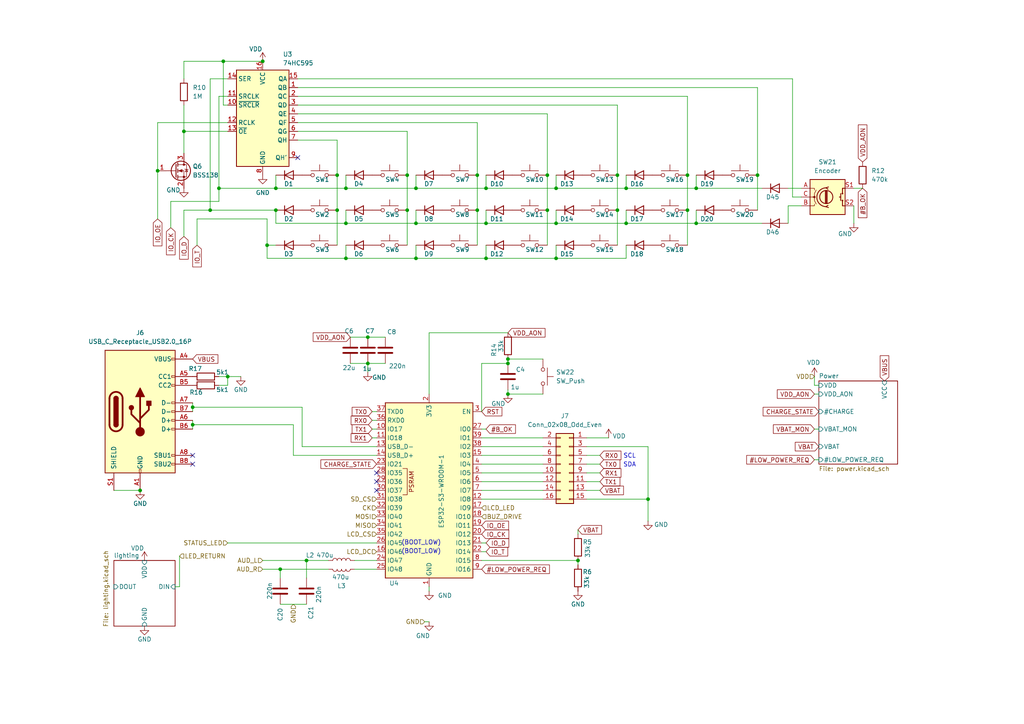
<source format=kicad_sch>
(kicad_sch (version 20231120) (generator "eeschema") (generator_version "8.0")
  (paper "A4")
  (title_block (title "Main") (rev "PY/A0 (1.1)") (company "MOTIV.PW"))
  (junction (at 55.88 118.11))
  (junction (at 179.07 60.96))
  (junction (at 181.61 64.77))
  (junction (at 106.68 97.79))
  (junction (at 53.34 38.1))
  (junction (at 118.11 50.8))
  (junction (at 40.64 142.24))
  (junction (at 60.96 60.96))
  (junction (at 106.68 105.41))
  (junction (at 138.43 60.96))
  (junction (at 199.39 60.96))
  (junction (at 100.33 64.77))
  (junction (at 179.07 50.8))
  (junction (at 120.65 54.61))
  (junction (at 147.32 104.14))
  (junction (at 97.79 60.96))
  (junction (at 55.88 123.19))
  (junction (at 100.33 74.93))
  (junction (at 100.33 54.61))
  (junction (at 147.32 105.41))
  (junction (at 199.39 50.8))
  (junction (at 147.32 114.3))
  (junction (at 120.65 64.77))
  (junction (at 201.93 64.77))
  (junction (at 45.72 49.53))
  (junction (at 120.65 74.93))
  (junction (at 158.75 50.8))
  (junction (at 63.5 54.61))
  (junction (at 167.64 162.56))
  (junction (at 64.77 17.78))
  (junction (at 140.97 54.61))
  (junction (at 158.75 60.96))
  (junction (at 76.2 17.78))
  (junction (at 138.43 50.8))
  (junction (at 161.29 64.77))
  (junction (at 201.93 54.61))
  (junction (at 219.71 50.8))
  (junction (at 181.61 54.61))
  (junction (at 161.29 54.61))
  (junction (at 80.01 60.96))
  (junction (at 97.79 50.8))
  (junction (at 118.11 60.96))
  (junction (at 66.04 109.22))
  (junction (at 140.97 74.93))
  (junction (at 80.01 54.61))
  (junction (at 187.96 144.78))
  (junction (at 81.28 165.1))
  (junction (at 88.9 162.56))
  (junction (at 161.29 74.93))
  (junction (at 140.97 64.77))
  (junction (at 77.47 71.12))
  (no_connect (at 109.22 139.7))
  (no_connect (at 109.22 142.24))
  (no_connect (at 109.22 137.16))
  (no_connect (at 86.36 45.72))
  (no_connect (at 55.88 132.08))
  (no_connect (at 55.88 134.62))
  (wire (pts (xy 147.32 114.3) (xy 157.48 114.3)))
  (wire (pts (xy 181.61 54.61) (xy 201.93 54.61)))
  (wire (pts (xy 124.46 171.45) (xy 124.46 170.18)))
  (wire (pts (xy 236.22 111.76) (xy 237.49 111.76)))
  (wire (pts (xy 97.79 50.8) (xy 97.79 60.96)))
  (wire (pts (xy 101.6 97.79) (xy 106.68 97.79)))
  (wire (pts (xy 80.01 64.77) (xy 80.01 60.96)))
  (wire (pts (xy 66.04 35.56) (xy 45.72 35.56)))
  (wire (pts (xy 57.15 63.5) (xy 77.47 63.5)))
  (wire (pts (xy 140.97 64.77) (xy 120.65 64.77)))
  (wire (pts (xy 140.97 124.46) (xy 139.7 124.46)))
  (wire (pts (xy 86.36 40.64) (xy 97.79 40.64)))
  (wire (pts (xy 199.39 27.94) (xy 199.39 50.8)))
  (wire (pts (xy 140.97 54.61) (xy 161.29 54.61)))
  (wire (pts (xy 229.87 22.86) (xy 229.87 57.15)))
  (wire (pts (xy 236.22 114.3) (xy 237.49 114.3)))
  (wire (pts (xy 57.15 63.5) (xy 57.15 71.12)))
  (wire (pts (xy 140.97 54.61) (xy 140.97 50.8)))
  (wire (pts (xy 228.6 64.77) (xy 228.6 59.69)))
  (wire (pts (xy 139.7 134.62) (xy 157.48 134.62)))
  (wire (pts (xy 236.22 133.35) (xy 237.49 133.35)))
  (wire (pts (xy 118.11 50.8) (xy 118.11 60.96)))
  (wire (pts (xy 161.29 64.77) (xy 140.97 64.77)))
  (wire (pts (xy 77.47 74.93) (xy 100.33 74.93)))
  (wire (pts (xy 53.34 17.78) (xy 53.34 22.86)))
  (wire (pts (xy 49.53 58.42) (xy 63.5 58.42)))
  (wire (pts (xy 120.65 74.93) (xy 120.65 71.12)))
  (wire (pts (xy 120.65 74.93) (xy 140.97 74.93)))
  (wire (pts (xy 228.6 54.61) (xy 232.41 54.61)))
  (wire (pts (xy 236.22 124.46) (xy 237.49 124.46)))
  (wire (pts (xy 138.43 50.8) (xy 138.43 60.96)))
  (wire (pts (xy 181.61 64.77) (xy 161.29 64.77)))
  (wire (pts (xy 86.36 30.48) (xy 179.07 30.48)))
  (wire (pts (xy 161.29 74.93) (xy 181.61 74.93)))
  (wire (pts (xy 63.5 109.22) (xy 66.04 109.22)))
  (wire (pts (xy 76.2 17.78) (xy 64.77 17.78)))
  (wire (pts (xy 181.61 54.61) (xy 181.61 50.8)))
  (wire (pts (xy 53.34 30.48) (xy 53.34 38.1)))
  (wire (pts (xy 201.93 64.77) (xy 220.98 64.77)))
  (wire (pts (xy 140.97 74.93) (xy 161.29 74.93)))
  (wire (pts (xy 181.61 64.77) (xy 181.61 60.96)))
  (wire (pts (xy 247.65 54.61) (xy 250.19 54.61)))
  (wire (pts (xy 109.22 132.08) (xy 85.09 132.08)))
  (wire (pts (xy 63.5 27.94) (xy 63.5 54.61)))
  (wire (pts (xy 81.28 175.26) (xy 88.9 175.26)))
  (wire (pts (xy 120.65 64.77) (xy 100.33 64.77)))
  (wire (pts (xy 33.02 142.24) (xy 40.64 142.24)))
  (wire (pts (xy 53.34 38.1) (xy 66.04 38.1)))
  (wire (pts (xy 55.88 116.84) (xy 55.88 118.11)))
  (wire (pts (xy 55.88 123.19) (xy 55.88 124.46)))
  (wire (pts (xy 139.7 144.78) (xy 157.48 144.78)))
  (wire (pts (xy 167.64 153.67) (xy 167.64 154.94)))
  (wire (pts (xy 161.29 54.61) (xy 181.61 54.61)))
  (wire (pts (xy 63.5 111.76) (xy 66.04 111.76)))
  (wire (pts (xy 63.5 27.94) (xy 66.04 27.94)))
  (wire (pts (xy 173.99 142.24) (xy 170.18 142.24)))
  (wire (pts (xy 179.07 30.48) (xy 179.07 50.8)))
  (wire (pts (xy 124.46 180.34) (xy 123.19 180.34)))
  (wire (pts (xy 228.6 59.69) (xy 232.41 59.69)))
  (wire (pts (xy 77.47 63.5) (xy 77.47 71.12)))
  (wire (pts (xy 88.9 162.56) (xy 88.9 167.64)))
  (wire (pts (xy 76.2 162.56) (xy 88.9 162.56)))
  (wire (pts (xy 100.33 74.93) (xy 100.33 71.12)))
  (wire (pts (xy 109.22 129.54) (xy 87.63 129.54)))
  (wire (pts (xy 120.65 54.61) (xy 140.97 54.61)))
  (wire (pts (xy 199.39 60.96) (xy 199.39 71.12)))
  (wire (pts (xy 138.43 60.96) (xy 138.43 71.12)))
  (wire (pts (xy 173.99 134.62) (xy 170.18 134.62)))
  (wire (pts (xy 201.93 60.96) (xy 201.93 64.77)))
  (wire (pts (xy 49.53 66.04) (xy 49.53 58.42)))
  (wire (pts (xy 139.7 137.16) (xy 157.48 137.16)))
  (wire (pts (xy 107.95 119.38) (xy 109.22 119.38)))
  (wire (pts (xy 120.65 54.61) (xy 120.65 50.8)))
  (wire (pts (xy 139.7 129.54) (xy 157.48 129.54)))
  (wire (pts (xy 106.68 105.41) (xy 111.76 105.41)))
  (wire (pts (xy 85.09 132.08) (xy 85.09 123.19)))
  (wire (pts (xy 45.72 35.56) (xy 45.72 49.53)))
  (wire (pts (xy 52.07 161.29) (xy 52.07 170.18)))
  (wire (pts (xy 66.04 109.22) (xy 66.04 111.76)))
  (wire (pts (xy 88.9 162.56) (xy 95.25 162.56)))
  (wire (pts (xy 187.96 151.13) (xy 187.96 144.78)))
  (wire (pts (xy 81.28 165.1) (xy 95.25 165.1)))
  (wire (pts (xy 100.33 54.61) (xy 100.33 50.8)))
  (wire (pts (xy 64.77 17.78) (xy 53.34 17.78)))
  (wire (pts (xy 102.87 162.56) (xy 109.22 162.56)))
  (wire (pts (xy 139.7 139.7) (xy 157.48 139.7)))
  (wire (pts (xy 161.29 74.93) (xy 161.29 71.12)))
  (wire (pts (xy 55.88 121.92) (xy 55.88 123.19)))
  (wire (pts (xy 50.8 170.18) (xy 52.07 170.18)))
  (wire (pts (xy 232.41 57.15) (xy 229.87 57.15)))
  (wire (pts (xy 140.97 160.02) (xy 139.7 160.02)))
  (wire (pts (xy 45.72 63.5) (xy 45.72 49.53)))
  (wire (pts (xy 170.18 139.7) (xy 173.99 139.7)))
  (wire (pts (xy 102.87 165.1) (xy 109.22 165.1)))
  (wire (pts (xy 55.88 118.11) (xy 55.88 119.38)))
  (wire (pts (xy 229.87 22.86) (xy 86.36 22.86)))
  (wire (pts (xy 64.77 30.48) (xy 64.77 17.78)))
  (wire (pts (xy 100.33 64.77) (xy 80.01 64.77)))
  (wire (pts (xy 147.32 104.14) (xy 147.32 105.41)))
  (wire (pts (xy 53.34 68.58) (xy 53.34 60.96)))
  (wire (pts (xy 176.53 127) (xy 170.18 127)))
  (wire (pts (xy 179.07 50.8) (xy 179.07 60.96)))
  (wire (pts (xy 187.96 144.78) (xy 170.18 144.78)))
  (wire (pts (xy 247.65 59.69) (xy 247.65 64.77)))
  (wire (pts (xy 140.97 157.48) (xy 139.7 157.48)))
  (wire (pts (xy 86.36 38.1) (xy 118.11 38.1)))
  (wire (pts (xy 86.36 27.94) (xy 199.39 27.94)))
  (wire (pts (xy 66.04 30.48) (xy 64.77 30.48)))
  (wire (pts (xy 201.93 54.61) (xy 201.93 50.8)))
  (wire (pts (xy 76.2 165.1) (xy 81.28 165.1)))
  (wire (pts (xy 66.04 109.22) (xy 69.85 109.22)))
  (wire (pts (xy 219.71 25.4) (xy 219.71 50.8)))
  (wire (pts (xy 97.79 60.96) (xy 97.79 71.12)))
  (wire (pts (xy 86.36 35.56) (xy 138.43 35.56)))
  (wire (pts (xy 86.36 25.4) (xy 219.71 25.4)))
  (wire (pts (xy 219.71 50.8) (xy 219.71 60.96)))
  (wire (pts (xy 236.22 109.22) (xy 236.22 111.76)))
  (wire (pts (xy 170.18 132.08) (xy 173.99 132.08)))
  (wire (pts (xy 147.32 105.41) (xy 139.7 105.41)))
  (wire (pts (xy 170.18 129.54) (xy 187.96 129.54)))
  (wire (pts (xy 139.7 105.41) (xy 139.7 119.38)))
  (wire (pts (xy 167.64 162.56) (xy 167.64 163.83)))
  (wire (pts (xy 201.93 54.61) (xy 220.98 54.61)))
  (wire (pts (xy 179.07 60.96) (xy 179.07 71.12)))
  (wire (pts (xy 81.28 167.64) (xy 81.28 165.1)))
  (wire (pts (xy 60.96 22.86) (xy 66.04 22.86)))
  (wire (pts (xy 53.34 60.96) (xy 60.96 60.96)))
  (wire (pts (xy 80.01 54.61) (xy 100.33 54.61)))
  (wire (pts (xy 139.7 127) (xy 157.48 127)))
  (wire (pts (xy 77.47 71.12) (xy 80.01 71.12)))
  (wire (pts (xy 107.95 121.92) (xy 109.22 121.92)))
  (wire (pts (xy 100.33 64.77) (xy 100.33 60.96)))
  (wire (pts (xy 140.97 64.77) (xy 140.97 60.96)))
  (wire (pts (xy 147.32 104.14) (xy 157.48 104.14)))
  (wire (pts (xy 106.68 97.79) (xy 111.76 97.79)))
  (wire (pts (xy 139.7 132.08) (xy 157.48 132.08)))
  (wire (pts (xy 66.04 157.48) (xy 109.22 157.48)))
  (wire (pts (xy 161.29 54.61) (xy 161.29 50.8)))
  (wire (pts (xy 181.61 71.12) (xy 181.61 74.93)))
  (wire (pts (xy 199.39 50.8) (xy 199.39 60.96)))
  (wire (pts (xy 55.88 123.19) (xy 85.09 123.19)))
  (wire (pts (xy 106.68 107.95) (xy 106.68 105.41)))
  (wire (pts (xy 101.6 105.41) (xy 106.68 105.41)))
  (wire (pts (xy 201.93 64.77) (xy 181.61 64.77)))
  (wire (pts (xy 158.75 50.8) (xy 158.75 60.96)))
  (wire (pts (xy 147.32 114.3) (xy 147.32 113.03)))
  (wire (pts (xy 124.46 96.52) (xy 124.46 114.3)))
  (wire (pts (xy 63.5 54.61) (xy 80.01 54.61)))
  (wire (pts (xy 77.47 71.12) (xy 77.47 74.93)))
  (wire (pts (xy 60.96 60.96) (xy 80.01 60.96)))
  (wire (pts (xy 140.97 74.93) (xy 140.97 71.12)))
  (wire (pts (xy 86.36 33.02) (xy 158.75 33.02)))
  (wire (pts (xy 161.29 64.77) (xy 161.29 60.96)))
  (wire (pts (xy 118.11 60.96) (xy 118.11 71.12)))
  (wire (pts (xy 63.5 58.42) (xy 63.5 54.61)))
  (wire (pts (xy 139.7 142.24) (xy 157.48 142.24)))
  (wire (pts (xy 55.88 118.11) (xy 87.63 118.11)))
  (wire (pts (xy 187.96 129.54) (xy 187.96 144.78)))
  (wire (pts (xy 124.46 96.52) (xy 147.32 96.52)))
  (wire (pts (xy 120.65 64.77) (xy 120.65 60.96)))
  (wire (pts (xy 138.43 35.56) (xy 138.43 50.8)))
  (wire (pts (xy 87.63 129.54) (xy 87.63 118.11)))
  (wire (pts (xy 97.79 40.64) (xy 97.79 50.8)))
  (wire (pts (xy 107.95 127) (xy 109.22 127)))
  (wire (pts (xy 80.01 50.8) (xy 80.01 54.61)))
  (wire (pts (xy 158.75 60.96) (xy 158.75 71.12)))
  (wire (pts (xy 118.11 38.1) (xy 118.11 50.8)))
  (wire (pts (xy 107.95 124.46) (xy 109.22 124.46)))
  (wire (pts (xy 139.7 162.56) (xy 167.64 162.56)))
  (wire (pts (xy 100.33 74.93) (xy 120.65 74.93)))
  (wire (pts (xy 158.75 33.02) (xy 158.75 50.8)))
  (wire (pts (xy 53.34 38.1) (xy 53.34 44.45)))
  (wire (pts (xy 100.33 54.61) (xy 120.65 54.61)))
  (wire (pts (xy 170.18 137.16) (xy 173.99 137.16)))
  (wire (pts (xy 60.96 60.96) (xy 60.96 22.86)))
  (text "SCL" (at 182.626 132.334 0) (effects (font (size 1.27 1.27))))
  (text "(BOOT_LOW)" (at 122.174 160.02 0) (effects (font (size 1.27 1.27))))
  (text "SDA" (at 182.626 134.874 0) (effects (font (size 1.27 1.27))))
  (text "(BOOT_LOW)" (at 122.174 157.48 0) (effects (font (size 1.27 1.27))))
  (global_label "TX0" (shape input) (at 107.95 119.38 180) (property "Intersheetrefs" "${INTERSHEET_REFS}" (effects (hide yes))))
  (global_label "VDD_AON" (shape input) (at 250.19 46.99 90) (property "Intersheetrefs" "${INTERSHEET_REFS}" (effects (hide yes))))
  (global_label "VBUS" (shape input) (at 256.54 110.49 90) (property "Intersheetrefs" "${INTERSHEET_REFS}" (effects (hide yes))))
  (global_label "#LOW_POWER_REQ" (shape input) (at 139.7 165.1 0) (property "Intersheetrefs" "${INTERSHEET_REFS}" (effects (hide yes))))
  (global_label "RST" (shape input) (at 139.7 119.38 0) (property "Intersheetrefs" "${INTERSHEET_REFS}" (effects (hide yes))))
  (global_label "#B_OK" (shape input) (at 250.19 54.61 270) (property "Intersheetrefs" "${INTERSHEET_REFS}" (effects (hide yes))))
  (global_label "TX1" (shape input) (at 107.95 124.46 180) (property "Intersheetrefs" "${INTERSHEET_REFS}" (effects (hide yes))))
  (global_label "#B_OK" (shape input) (at 140.97 124.46 0) (property "Intersheetrefs" "${INTERSHEET_REFS}" (effects (hide yes))))
  (global_label "IO_D" (shape input) (at 53.34 68.58 270) (property "Intersheetrefs" "${INTERSHEET_REFS}" (effects (hide yes))))
  (global_label "VBAT" (shape input) (at 237.49 129.54 180) (property "Intersheetrefs" "${INTERSHEET_REFS}" (effects (hide yes))))
  (global_label "#LOW_POWER_REQ" (shape input) (at 236.22 133.35 180) (property "Intersheetrefs" "${INTERSHEET_REFS}" (effects (hide yes))))
  (global_label "VBUS" (shape input) (at 55.88 104.14 0) (property "Intersheetrefs" "${INTERSHEET_REFS}" (effects (hide yes))))
  (global_label "IO_OE" (shape input) (at 45.72 63.5 270) (property "Intersheetrefs" "${INTERSHEET_REFS}" (effects (hide yes))))
  (global_label "TX1" (shape input) (at 173.99 139.7 0) (property "Intersheetrefs" "${INTERSHEET_REFS}" (effects (hide yes))))
  (global_label "RX1" (shape input) (at 107.95 127 180) (property "Intersheetrefs" "${INTERSHEET_REFS}" (effects (hide yes))))
  (global_label "VBAT" (shape input) (at 173.99 142.24 0) (property "Intersheetrefs" "${INTERSHEET_REFS}" (effects (hide yes))))
  (global_label "RX0" (shape input) (at 107.95 121.92 180) (property "Intersheetrefs" "${INTERSHEET_REFS}" (effects (hide yes))))
  (global_label "CHARGE_STATE" (shape input) (at 237.49 119.38 180) (property "Intersheetrefs" "${INTERSHEET_REFS}" (effects (hide yes))))
  (global_label "VDD_AON" (shape input) (at 236.22 114.3 180) (property "Intersheetrefs" "${INTERSHEET_REFS}" (effects (hide yes))))
  (global_label "VDD_AON" (shape input) (at 101.6 97.79 180) (property "Intersheetrefs" "${INTERSHEET_REFS}" (effects (hide yes))))
  (global_label "IO_CK" (shape input) (at 139.7 154.94 0) (property "Intersheetrefs" "${INTERSHEET_REFS}" (effects (hide yes))))
  (global_label "IO_CK" (shape input) (at 49.53 66.04 270) (property "Intersheetrefs" "${INTERSHEET_REFS}" (effects (hide yes))))
  (global_label "IO_T" (shape input) (at 140.97 160.02 0) (property "Intersheetrefs" "${INTERSHEET_REFS}" (effects (hide yes))))
  (global_label "VBAT" (shape input) (at 167.64 153.67 0) (property "Intersheetrefs" "${INTERSHEET_REFS}" (effects (hide yes))))
  (global_label "CHARGE_STATE" (shape input) (at 109.22 134.62 180) (property "Intersheetrefs" "${INTERSHEET_REFS}" (effects (hide yes))))
  (global_label "IO_OE" (shape input) (at 139.7 152.4 0) (property "Intersheetrefs" "${INTERSHEET_REFS}" (effects (hide yes))))
  (global_label "IO_D" (shape input) (at 140.97 157.48 0) (property "Intersheetrefs" "${INTERSHEET_REFS}" (effects (hide yes))))
  (global_label "VDD_AON" (shape input) (at 147.32 96.52 0) (property "Intersheetrefs" "${INTERSHEET_REFS}" (effects (hide yes))))
  (global_label "RX0" (shape input) (at 173.99 132.08 0) (property "Intersheetrefs" "${INTERSHEET_REFS}" (effects (hide yes))))
  (global_label "TX0" (shape input) (at 173.99 134.62 0) (property "Intersheetrefs" "${INTERSHEET_REFS}" (effects (hide yes))))
  (global_label "RX1" (shape input) (at 173.99 137.16 0) (property "Intersheetrefs" "${INTERSHEET_REFS}" (effects (hide yes))))
  (global_label "VBAT_MON" (shape input) (at 236.22 124.46 180) (property "Intersheetrefs" "${INTERSHEET_REFS}" (effects (hide yes))))
  (global_label "IO_T" (shape input) (at 57.15 71.12 270) (property "Intersheetrefs" "${INTERSHEET_REFS}" (effects (hide yes))))
  (hierarchical_label "AUD_L" (shape input) (at 76.2 162.56 180))
  (hierarchical_label "LCD_DC" (shape input) (at 109.22 160.02 180))
  (hierarchical_label "SD_CS" (shape input) (at 109.22 144.78 180))
  (hierarchical_label "MISO" (shape input) (at 109.22 152.4 180))
  (hierarchical_label "CK" (shape input) (at 109.22 147.32 180))
  (hierarchical_label "STATUS_LED" (shape input) (at 66.04 157.48 180))
  (hierarchical_label "LCD_LED" (shape input) (at 139.7 147.32 0))
  (hierarchical_label "LED_RETURN" (shape input) (at 52.07 161.29 0))
  (hierarchical_label "VDD" (shape input) (at 236.22 109.22 180))
  (hierarchical_label "AUD_R" (shape input) (at 76.2 165.1 180))
  (hierarchical_label "LCD_CS" (shape input) (at 109.22 154.94 180))
  (hierarchical_label "GND" (shape input) (at 123.19 180.34 180))
  (hierarchical_label "MOSI" (shape input) (at 109.22 149.86 180))
  (hierarchical_label "BUZ_DRIVE" (shape input) (at 139.7 149.86 0))
  (hierarchical_label "GND" (shape input) (at 85.09 175.26 270))
  (symbol (lib_id "Device:D") (at 124.46 50.8 0) (unit 1)
    (property "Reference" "D7" (at 125.73 53.34 0) (effects (justify right)))
    (property "Value" "1N4148" (effects (hide yes)))
    (property "Footprint" "Diode_SMD:D_1206_3216Metric" (effects (hide yes)))
    (property "Description" "Diode" (effects (hide yes)))
    (property "Sim.Device" "D" (effects (hide yes)))
    (property "Sim.Pins" "1=K 2=A" (effects (hide yes)))
  )
  (symbol (lib_id "Device:R") (at 53.34 26.67 0) (unit 1)
    (property "Reference" "R10" (at 55.88 25.3999 0) (effects (justify left)))
    (property "Value" "1M" (at 55.88 27.9399 0) (effects (justify left)))
    (property "Footprint" "Resistor_SMD:R_0805_2012Metric_Pad1.20x1.40mm_HandSolder" (effects (hide yes)))
    (property "Description" "Resistor" (effects (hide yes)))
  )
  (symbol (lib_id "Device:D") (at 124.46 60.96 0) (unit 1)
    (property "Reference" "D8" (at 125.73 63.5 0) (effects (justify right)))
    (property "Value" "1N4148" (effects (hide yes)))
    (property "Footprint" "Diode_SMD:D_1206_3216Metric" (effects (hide yes)))
    (property "Description" "Diode" (effects (hide yes)))
    (property "Sim.Device" "D" (effects (hide yes)))
    (property "Sim.Pins" "1=K 2=A" (effects (hide yes)))
  )
  (symbol (lib_id "74xx:74HC595") (at 76.2 33.02 0) (unit 1)
    (property "Reference" "U3" (at 82.042 15.748 0) (effects (justify left)))
    (property "Value" "74HC595" (at 82.042 18.288 0) (effects (justify left)))
    (property "Footprint" "Package_SO:TSSOP-16_4.4x5mm_P0.65mm" (effects (hide yes)))
    (property "Datasheet" "http://www.ti.com/lit/ds/symlink/sn74hc595.pdf" (effects (hide yes)))
    (property "Description" "8-bit serial in/out Shift Register 3-State Outputs" (effects (hide yes)))
  )
  (symbol (lib_id "Switch:SW_Push") (at 92.71 50.8 0) (mirror y) (unit 1)
    (property "Reference" "SW1" (at 91.44 52.07 0) (effects (justify right)))
    (property "Value" "SW_Push" (effects (hide yes)))
    (property "Footprint" "footprints:SW_Cherry_MX_1.00u_PCB" (effects (hide yes)))
    (property "Description" "Push button switch, generic, two pins" (effects (hide yes)))
  )
  (symbol (lib_id "Device:R") (at 59.69 109.22 90) (unit 1)
    (property "Reference" "R17" (at 56.642 106.934 90))
    (property "Value" "5k1" (at 64.516 107.95 90))
    (property "Footprint" "Resistor_SMD:R_0805_2012Metric_Pad1.20x1.40mm_HandSolder" (effects (hide yes)))
    (property "Description" "Resistor" (effects (hide yes)))
  )
  (symbol (lib_id "power:GND") (at 187.96 151.13 0) (unit 1)
    (property "Reference" "#PWR015" (effects (hide yes)))
    (property "Value" "GND" (at 193.802 152.146 0) (effects (justify right)))
    (property "Description" "Power symbol creates a global label with name \"GND\" , ground" (effects (hide yes)))
  )
  (symbol (lib_id "power:VDD") (at 236.22 109.22 0) (unit 1)
    (property "Reference" "#PWR016" (effects (hide yes)))
    (property "Value" "VDD" (at 235.966 105.156 0))
    (property "Description" "Power symbol creates a global label with name \"VDD\"" (effects (hide yes)))
  )
  (symbol (lib_id "Device:C") (at 111.76 101.6 0) (unit 1)
    (property "Reference" "C8" (at 112.268 96.266 0) (effects (justify left)))
    (property "Value" "220n" (at 112.776 106.172 0) (effects (justify left)))
    (property "Footprint" "Capacitor_SMD:C_0805_2012Metric_Pad1.18x1.45mm_HandSolder" (effects (hide yes)))
    (property "Description" "Unpolarized capacitor" (effects (hide yes)))
  )
  (symbol (lib_id "Device:R") (at 250.19 50.8 0) (unit 1)
    (property "Reference" "R12" (at 252.73 49.5299 0) (effects (justify left)))
    (property "Value" "470k" (at 252.73 52.0699 0) (effects (justify left)))
    (property "Footprint" "Resistor_SMD:R_0805_2012Metric_Pad1.20x1.40mm_HandSolder" (effects (hide yes)))
    (property "Description" "Resistor" (effects (hide yes)))
  )
  (symbol (lib_id "power:GND") (at 40.64 142.24 0) (unit 1)
    (property "Reference" "#PWR02" (effects (hide yes)))
    (property "Value" "GND" (at 40.64 146.05 0))
    (property "Description" "Power symbol creates a global label with name \"GND\" , ground" (effects (hide yes)))
  )
  (symbol (lib_id "power:GND") (at 41.91 181.61 0) (unit 1)
    (property "Reference" "#PWR013" (effects (hide yes)))
    (property "Value" "GND" (at 41.91 185.42 0))
    (property "Description" "Power symbol creates a global label with name \"GND\" , ground" (effects (hide yes)))
  )
  (symbol (lib_id "Device:D") (at 144.78 60.96 0) (unit 1)
    (property "Reference" "D11" (at 146.05 63.5 0) (effects (justify right)))
    (property "Value" "1N4148" (effects (hide yes)))
    (property "Footprint" "Diode_SMD:D_1206_3216Metric" (effects (hide yes)))
    (property "Description" "Diode" (effects (hide yes)))
    (property "Sim.Device" "D" (effects (hide yes)))
    (property "Sim.Pins" "1=K 2=A" (effects (hide yes)))
  )
  (symbol (lib_id "Device:D") (at 104.14 50.8 0) (unit 1)
    (property "Reference" "D4" (at 105.41 53.34 0) (effects (justify right)))
    (property "Value" "1N4148" (effects (hide yes)))
    (property "Footprint" "Diode_SMD:D_1206_3216Metric" (effects (hide yes)))
    (property "Description" "Diode" (effects (hide yes)))
    (property "Sim.Device" "D" (effects (hide yes)))
    (property "Sim.Pins" "1=K 2=A" (effects (hide yes)))
  )
  (symbol (lib_id "Switch:SW_Push") (at 173.99 60.96 0) (mirror y) (unit 1)
    (property "Reference" "SW14" (at 172.72 62.23 0) (effects (justify right)))
    (property "Value" "SW_Push" (effects (hide yes)))
    (property "Footprint" "footprints:SW_Cherry_MX_1.00u_PCB" (effects (hide yes)))
    (property "Description" "Push button switch, generic, two pins" (effects (hide yes)))
  )
  (symbol (lib_id "Device:R") (at 167.64 167.64 0) (mirror y) (unit 1)
    (property "Reference" "R6" (at 171.704 165.862 0) (effects (justify left)))
    (property "Value" "33k" (at 170.18 170.688 90) (effects (justify left)))
    (property "Footprint" "Resistor_SMD:R_0805_2012Metric_Pad1.20x1.40mm_HandSolder" (effects (hide yes)))
    (property "Description" "Resistor" (effects (hide yes)))
  )
  (symbol (lib_id "Switch:SW_Push") (at 173.99 50.8 0) (mirror y) (unit 1)
    (property "Reference" "SW13" (at 172.72 52.07 0) (effects (justify right)))
    (property "Value" "SW_Push" (effects (hide yes)))
    (property "Footprint" "footprints:SW_Cherry_MX_1.00u_PCB" (effects (hide yes)))
    (property "Description" "Push button switch, generic, two pins" (effects (hide yes)))
  )
  (symbol (lib_id "Device:D") (at 165.1 50.8 0) (unit 1)
    (property "Reference" "D13" (at 166.37 53.34 0) (effects (justify right)))
    (property "Value" "1N4148" (effects (hide yes)))
    (property "Footprint" "Diode_SMD:D_1206_3216Metric" (effects (hide yes)))
    (property "Description" "Diode" (effects (hide yes)))
    (property "Sim.Device" "D" (effects (hide yes)))
    (property "Sim.Pins" "1=K 2=A" (effects (hide yes)))
  )
  (symbol (lib_id "Device:C") (at 81.28 171.45 0) (mirror x) (unit 1)
    (property "Reference" "C20" (at 81.28 176.276 90) (effects (justify left)))
    (property "Value" "220n" (at 78.232 168.91 90) (effects (justify left)))
    (property "Footprint" "Capacitor_SMD:C_0805_2012Metric_Pad1.18x1.45mm_HandSolder" (effects (hide yes)))
    (property "Description" "Unpolarized capacitor" (effects (hide yes)))
  )
  (symbol (lib_id "Switch:SW_Push") (at 113.03 71.12 0) (mirror y) (unit 1)
    (property "Reference" "SW6" (at 111.76 72.39 0) (effects (justify right)))
    (property "Value" "SW_Push" (effects (hide yes)))
    (property "Footprint" "footprints:SW_Cherry_MX_1.00u_PCB" (effects (hide yes)))
    (property "Description" "Push button switch, generic, two pins" (effects (hide yes)))
  )
  (symbol (lib_id "Switch:SW_Push") (at 214.63 50.8 0) (mirror y) (unit 1)
    (property "Reference" "SW19" (at 213.36 52.07 0) (effects (justify right)))
    (property "Value" "SW_Push" (effects (hide yes)))
    (property "Footprint" "footprints:SW_Cherry_MX_1.00u_PCB" (effects (hide yes)))
    (property "Description" "Push button switch, generic, two pins" (effects (hide yes)))
  )
  (symbol (lib_id "Device:D") (at 205.74 60.96 0) (unit 1)
    (property "Reference" "D20" (at 207.01 63.5 0) (effects (justify right)))
    (property "Value" "1N4148" (effects (hide yes)))
    (property "Footprint" "Diode_SMD:D_1206_3216Metric" (effects (hide yes)))
    (property "Description" "Diode" (effects (hide yes)))
    (property "Sim.Device" "D" (effects (hide yes)))
    (property "Sim.Pins" "1=K 2=A" (effects (hide yes)))
  )
  (symbol (lib_id "Device:D") (at 165.1 60.96 0) (unit 1)
    (property "Reference" "D14" (at 166.37 63.5 0) (effects (justify right)))
    (property "Value" "1N4148" (effects (hide yes)))
    (property "Footprint" "Diode_SMD:D_1206_3216Metric" (effects (hide yes)))
    (property "Description" "Diode" (effects (hide yes)))
    (property "Sim.Device" "D" (effects (hide yes)))
    (property "Sim.Pins" "1=K 2=A" (effects (hide yes)))
  )
  (symbol (lib_id "Device:D") (at 224.79 54.61 0) (unit 1)
    (property "Reference" "D45" (at 226.06 57.15 0) (effects (justify right)))
    (property "Value" "1N4148" (effects (hide yes)))
    (property "Footprint" "Diode_SMD:D_1206_3216Metric" (effects (hide yes)))
    (property "Description" "Diode" (effects (hide yes)))
    (property "Sim.Device" "D" (effects (hide yes)))
    (property "Sim.Pins" "1=K 2=A" (effects (hide yes)))
  )
  (symbol (lib_id "power:GND") (at 147.32 114.3 0) (unit 1)
    (property "Reference" "#PWR06" (effects (hide yes)))
    (property "Value" "GND" (at 144.526 117.094 0))
    (property "Description" "Power symbol creates a global label with name \"GND\" , ground" (effects (hide yes)))
  )
  (symbol (lib_id "Device:RotaryEncoder_Switch") (at 240.03 57.15 0) (unit 1)
    (property "Reference" "SW21" (at 240.03 46.99 0))
    (property "Value" "Encoder" (at 240.03 49.53 0))
    (property "Footprint" "footprints:RotaryEncoder_Alps_EC11E-Switch_Vertical_H20mm" (effects (hide yes)))
    (property "Description" "Rotary encoder, dual channel, incremental quadrate outputs, with switch" (effects (hide yes)))
  )
  (symbol (lib_id "Device:C") (at 106.68 101.6 0) (unit 1)
    (property "Reference" "C7" (at 105.918 96.012 0) (effects (justify left)))
    (property "Value" "1u" (at 105.156 106.934 0) (effects (justify left)))
    (property "Footprint" "Capacitor_SMD:C_0805_2012Metric_Pad1.18x1.45mm_HandSolder" (effects (hide yes)))
    (property "Description" "Unpolarized capacitor" (effects (hide yes)))
  )
  (symbol (lib_id "Device:D") (at 165.1 71.12 0) (unit 1)
    (property "Reference" "D15" (at 166.37 73.66 0) (effects (justify right)))
    (property "Value" "1N4148" (effects (hide yes)))
    (property "Footprint" "Diode_SMD:D_1206_3216Metric" (effects (hide yes)))
    (property "Description" "Diode" (effects (hide yes)))
    (property "Sim.Device" "D" (effects (hide yes)))
    (property "Sim.Pins" "1=K 2=A" (effects (hide yes)))
  )
  (symbol (lib_id "Device:D") (at 104.14 60.96 0) (unit 1)
    (property "Reference" "D5" (at 105.41 63.5 0) (effects (justify right)))
    (property "Value" "1N4148" (effects (hide yes)))
    (property "Footprint" "Diode_SMD:D_1206_3216Metric" (effects (hide yes)))
    (property "Description" "Diode" (effects (hide yes)))
    (property "Sim.Device" "D" (effects (hide yes)))
    (property "Sim.Pins" "1=K 2=A" (effects (hide yes)))
  )
  (symbol (lib_id "Device:D") (at 83.82 60.96 0) (unit 1)
    (property "Reference" "D2" (at 85.09 63.5 0) (effects (justify right)))
    (property "Value" "1N4148" (effects (hide yes)))
    (property "Footprint" "Diode_SMD:D_1206_3216Metric" (effects (hide yes)))
    (property "Description" "Diode" (effects (hide yes)))
    (property "Sim.Device" "D" (effects (hide yes)))
    (property "Sim.Pins" "1=K 2=A" (effects (hide yes)))
  )
  (symbol (lib_id "Connector:USB_C_Receptacle_USB2.0_16P") (at 40.64 119.38 0) (unit 1)
    (property "Reference" "J6" (at 40.64 96.52 0))
    (property "Value" "USB_C_Receptacle_USB2.0_16P" (at 40.64 99.06 0))
    (property "Footprint" "Connector_USB:USB_C_Receptacle_GCT_USB4105-xx-A_16P_TopMnt_Horizontal" (effects (hide yes)))
    (property "Datasheet" "https://www.usb.org/sites/default/files/documents/usb_type-c.zip" (effects (hide yes)))
    (property "Description" "USB 2.0-only 16P Type-C Receptacle connector" (effects (hide yes)))
  )
  (symbol (lib_id "Device:D") (at 185.42 50.8 0) (unit 1)
    (property "Reference" "D16" (at 186.69 53.34 0) (effects (justify right)))
    (property "Value" "1N4148" (effects (hide yes)))
    (property "Footprint" "Diode_SMD:D_1206_3216Metric" (effects (hide yes)))
    (property "Description" "Diode" (effects (hide yes)))
    (property "Sim.Device" "D" (effects (hide yes)))
    (property "Sim.Pins" "1=K 2=A" (effects (hide yes)))
  )
  (symbol (lib_id "Switch:SW_Push") (at 133.35 71.12 0) (mirror y) (unit 1)
    (property "Reference" "SW9" (at 132.08 72.39 0) (effects (justify right)))
    (property "Value" "SW_Push" (effects (hide yes)))
    (property "Footprint" "footprints:SW_Cherry_MX_1.00u_PCB" (effects (hide yes)))
    (property "Description" "Push button switch, generic, two pins" (effects (hide yes)))
  )
  (symbol (lib_id "power:GND") (at 53.34 54.61 0) (unit 1)
    (property "Reference" "#PWR07" (effects (hide yes)))
    (property "Value" "GND" (at 50.292 55.118 0))
    (property "Description" "Power symbol creates a global label with name \"GND\" , ground" (effects (hide yes)))
  )
  (symbol (lib_id "Device:D") (at 185.42 71.12 0) (unit 1)
    (property "Reference" "D18" (at 186.69 73.66 0) (effects (justify right)))
    (property "Value" "1N4148" (effects (hide yes)))
    (property "Footprint" "Diode_SMD:D_1206_3216Metric" (effects (hide yes)))
    (property "Description" "Diode" (effects (hide yes)))
    (property "Sim.Device" "D" (effects (hide yes)))
    (property "Sim.Pins" "1=K 2=A" (effects (hide yes)))
  )
  (symbol (lib_id "power:GND") (at 124.46 180.34 0) (unit 1)
    (property "Reference" "#PWR034" (effects (hide yes)))
    (property "Value" "GND" (at 124.714 184.404 0) (effects (justify right)))
    (property "Description" "Power symbol creates a global label with name \"GND\" , ground" (effects (hide yes)))
  )
  (symbol (lib_id "Switch:SW_Push") (at 194.31 50.8 0) (mirror y) (unit 1)
    (property "Reference" "SW16" (at 193.04 52.07 0) (effects (justify right)))
    (property "Value" "SW_Push" (effects (hide yes)))
    (property "Footprint" "footprints:SW_Cherry_MX_1.00u_PCB" (effects (hide yes)))
    (property "Description" "Push button switch, generic, two pins" (effects (hide yes)))
  )
  (symbol (lib_id "power:GND") (at 106.68 107.95 0) (unit 1)
    (property "Reference" "#PWR017" (effects (hide yes)))
    (property "Value" "GND" (at 109.982 109.474 0))
    (property "Description" "Power symbol creates a global label with name \"GND\" , ground" (effects (hide yes)))
  )
  (symbol (lib_id "Device:D") (at 83.82 71.12 0) (unit 1)
    (property "Reference" "D3" (at 85.09 73.66 0) (effects (justify right)))
    (property "Value" "1N4148" (effects (hide yes)))
    (property "Footprint" "Diode_SMD:D_1206_3216Metric" (effects (hide yes)))
    (property "Description" "Diode" (effects (hide yes)))
    (property "Sim.Device" "D" (effects (hide yes)))
    (property "Sim.Pins" "1=K 2=A" (effects (hide yes)))
  )
  (symbol (lib_id "Switch:SW_Push") (at 214.63 60.96 0) (mirror y) (unit 1)
    (property "Reference" "SW20" (at 213.36 62.23 0) (effects (justify right)))
    (property "Value" "SW_Push" (effects (hide yes)))
    (property "Footprint" "footprints:SW_Cherry_MX_1.00u_PCB" (effects (hide yes)))
    (property "Description" "Push button switch, generic, two pins" (effects (hide yes)))
  )
  (symbol (lib_id "power:GND") (at 247.65 64.77 0) (unit 1)
    (property "Reference" "#PWR014" (effects (hide yes)))
    (property "Value" "GND" (at 245.11 67.818 0))
    (property "Description" "Power symbol creates a global label with name \"GND\" , ground" (effects (hide yes)))
  )
  (symbol (lib_id "Switch:SW_Push") (at 194.31 60.96 0) (mirror y) (unit 1)
    (property "Reference" "SW17" (at 193.04 62.23 0) (effects (justify right)))
    (property "Value" "SW_Push" (effects (hide yes)))
    (property "Footprint" "footprints:SW_Cherry_MX_1.00u_PCB" (effects (hide yes)))
    (property "Description" "Push button switch, generic, two pins" (effects (hide yes)))
  )
  (symbol (lib_id "Switch:SW_Push") (at 133.35 60.96 0) (mirror y) (unit 1)
    (property "Reference" "SW8" (at 132.08 62.23 0) (effects (justify right)))
    (property "Value" "SW_Push" (effects (hide yes)))
    (property "Footprint" "footprints:SW_Cherry_MX_1.00u_PCB" (effects (hide yes)))
    (property "Description" "Push button switch, generic, two pins" (effects (hide yes)))
  )
  (symbol (lib_id "Device:D") (at 224.79 64.77 0) (unit 1)
    (property "Reference" "D46" (at 226.06 67.31 0) (effects (justify right)))
    (property "Value" "1N4148" (effects (hide yes)))
    (property "Footprint" "Diode_SMD:D_1206_3216Metric" (effects (hide yes)))
    (property "Description" "Diode" (effects (hide yes)))
    (property "Sim.Device" "D" (effects (hide yes)))
    (property "Sim.Pins" "1=K 2=A" (effects (hide yes)))
  )
  (symbol (lib_id "Device:D") (at 124.46 71.12 0) (unit 1)
    (property "Reference" "D9" (at 125.73 73.66 0) (effects (justify right)))
    (property "Value" "1N4148" (effects (hide yes)))
    (property "Footprint" "Diode_SMD:D_1206_3216Metric" (effects (hide yes)))
    (property "Description" "Diode" (effects (hide yes)))
    (property "Sim.Device" "D" (effects (hide yes)))
    (property "Sim.Pins" "1=K 2=A" (effects (hide yes)))
  )
  (symbol (lib_id "power:GND") (at 124.46 171.45 0) (mirror y) (unit 1)
    (property "Reference" "#PWR04" (effects (hide yes)))
    (property "Value" "GND" (at 127 172.7199 0) (effects (justify right)))
    (property "Description" "Power symbol creates a global label with name \"GND\" , ground" (effects (hide yes)))
  )
  (symbol (lib_id "Device:D") (at 104.14 71.12 0) (unit 1)
    (property "Reference" "D6" (at 105.41 73.66 0) (effects (justify right)))
    (property "Value" "1N4148" (effects (hide yes)))
    (property "Footprint" "Diode_SMD:D_1206_3216Metric" (effects (hide yes)))
    (property "Description" "Diode" (effects (hide yes)))
    (property "Sim.Device" "D" (effects (hide yes)))
    (property "Sim.Pins" "1=K 2=A" (effects (hide yes)))
  )
  (symbol (lib_id "power:VDD") (at 41.91 162.56 0) (unit 1)
    (property "Reference" "#PWR09" (effects (hide yes)))
    (property "Value" "VDD" (at 39.878 159.004 0))
    (property "Description" "Power symbol creates a global label with name \"VDD\"" (effects (hide yes)))
  )
  (symbol (lib_id "Switch:SW_Push") (at 153.67 60.96 0) (mirror y) (unit 1)
    (property "Reference" "SW11" (at 152.4 62.23 0) (effects (justify right)))
    (property "Value" "SW_Push" (effects (hide yes)))
    (property "Footprint" "footprints:SW_Cherry_MX_1.00u_PCB" (effects (hide yes)))
    (property "Description" "Push button switch, generic, two pins" (effects (hide yes)))
  )
  (symbol (lib_id "Device:D") (at 144.78 50.8 0) (unit 1)
    (property "Reference" "D10" (at 146.05 53.34 0) (effects (justify right)))
    (property "Value" "1N4148" (effects (hide yes)))
    (property "Footprint" "Diode_SMD:D_1206_3216Metric" (effects (hide yes)))
    (property "Description" "Diode" (effects (hide yes)))
    (property "Sim.Device" "D" (effects (hide yes)))
    (property "Sim.Pins" "1=K 2=A" (effects (hide yes)))
  )
  (symbol (lib_id "Device:C") (at 147.32 109.22 0) (unit 1)
    (property "Reference" "C4" (at 149.606 107.188 0) (effects (justify left)))
    (property "Value" "1u" (at 148.082 112.268 0) (effects (justify left)))
    (property "Footprint" "Capacitor_SMD:C_0805_2012Metric_Pad1.18x1.45mm_HandSolder" (effects (hide yes)))
    (property "Description" "Unpolarized capacitor" (effects (hide yes)))
  )
  (symbol (lib_id "Device:D") (at 185.42 60.96 0) (unit 1)
    (property "Reference" "D17" (at 186.69 63.5 0) (effects (justify right)))
    (property "Value" "1N4148" (effects (hide yes)))
    (property "Footprint" "Diode_SMD:D_1206_3216Metric" (effects (hide yes)))
    (property "Description" "Diode" (effects (hide yes)))
    (property "Sim.Device" "D" (effects (hide yes)))
    (property "Sim.Pins" "1=K 2=A" (effects (hide yes)))
  )
  (symbol (lib_id "power:GND") (at 167.64 171.45 0) (mirror y) (unit 1)
    (property "Reference" "#PWR018" (effects (hide yes)))
    (property "Value" "GND" (at 167.64 175.26 0))
    (property "Description" "Power symbol creates a global label with name \"GND\" , ground" (effects (hide yes)))
  )
  (symbol (lib_id "Device:R") (at 167.64 158.75 0) (mirror y) (unit 1)
    (property "Reference" "R5" (at 171.704 157.226 0) (effects (justify left)))
    (property "Value" "33k" (at 170.434 161.798 90) (effects (justify left)))
    (property "Footprint" "Resistor_SMD:R_0805_2012Metric_Pad1.20x1.40mm_HandSolder" (effects (hide yes)))
    (property "Description" "Resistor" (effects (hide yes)))
  )
  (symbol (lib_id "Switch:SW_Push") (at 113.03 60.96 0) (mirror y) (unit 1)
    (property "Reference" "SW5" (at 111.76 62.23 0) (effects (justify right)))
    (property "Value" "SW_Push" (effects (hide yes)))
    (property "Footprint" "footprints:SW_Cherry_MX_1.00u_PCB" (effects (hide yes)))
    (property "Description" "Push button switch, generic, two pins" (effects (hide yes)))
  )
  (symbol (lib_id "RF_Module:ESP32-S3-WROOM-1") (at 124.46 142.24 0) (mirror y) (unit 1)
    (property "Reference" "U4" (at 114.3 169.164 0))
    (property "Value" "ESP32-S3-WROOM-1" (at 128.016 142.494 90))
    (property "Footprint" "footprints:ESP32-S3-WROOM-1-Compact-Court" (effects (hide yes)))
    (property "Datasheet" "https://www.espressif.com/sites/default/files/documentation/esp32-s3-wroom-1_wroom-1u_datasheet_en.pdf" (effects (hide yes)))
    (property "Description" "RF Module, ESP32-S3 SoC, Wi-Fi 802.11b/g/n, Bluetooth, BLE, 32-bit, 3.3V, onboard antenna, SMD" (effects (hide yes)))
  )
  (symbol (lib_id "power:GND") (at 76.2 50.8 0) (unit 1)
    (property "Reference" "#PWR011" (effects (hide yes)))
    (property "Value" "GND" (at 76.2 55.88 0))
    (property "Description" "Power symbol creates a global label with name \"GND\" , ground" (effects (hide yes)))
  )
  (symbol (lib_id "Switch:SW_Push") (at 92.71 71.12 0) (mirror y) (unit 1)
    (property "Reference" "SW3" (at 91.44 72.39 0) (effects (justify right)))
    (property "Value" "SW_Push" (effects (hide yes)))
    (property "Footprint" "footprints:SW_Cherry_MX_1.00u_PCB" (effects (hide yes)))
    (property "Description" "Push button switch, generic, two pins" (effects (hide yes)))
  )
  (symbol (lib_id "Device:C") (at 101.6 101.6 0) (mirror y) (unit 1)
    (property "Reference" "C6" (at 102.616 96.012 0) (effects (justify left)))
    (property "Value" "22u" (at 103.124 106.68 0) (effects (justify left)))
    (property "Footprint" "Capacitor_SMD:C_1206_3216Metric_Pad1.33x1.80mm_HandSolder" (effects (hide yes)))
    (property "Description" "Unpolarized capacitor" (effects (hide yes)))
  )
  (symbol (lib_id "Switch:SW_Push") (at 173.99 71.12 0) (mirror y) (unit 1)
    (property "Reference" "SW15" (at 172.72 72.39 0) (effects (justify right)))
    (property "Value" "SW_Push" (effects (hide yes)))
    (property "Footprint" "footprints:SW_Cherry_MX_1.00u_PCB" (effects (hide yes)))
    (property "Description" "Push button switch, generic, two pins" (effects (hide yes)))
  )
  (symbol (lib_id "power:VDD") (at 76.2 17.78 0) (unit 1)
    (property "Reference" "#PWR010" (effects (hide yes)))
    (property "Value" "VDD" (at 74.168 14.224 0))
    (property "Description" "Power symbol creates a global label with name \"VDD\"" (effects (hide yes)))
  )
  (symbol (lib_id "Device:D") (at 83.82 50.8 0) (unit 1)
    (property "Reference" "D1" (at 85.09 53.34 0) (effects (justify right)))
    (property "Value" "1N4148" (effects (hide yes)))
    (property "Footprint" "Diode_SMD:D_1206_3216Metric" (effects (hide yes)))
    (property "Description" "Diode" (effects (hide yes)))
    (property "Sim.Device" "D" (effects (hide yes)))
    (property "Sim.Pins" "1=K 2=A" (effects (hide yes)))
  )
  (symbol (lib_id "Switch:SW_Push") (at 133.35 50.8 0) (mirror y) (unit 1)
    (property "Reference" "SW7" (at 132.08 52.07 0) (effects (justify right)))
    (property "Value" "SW_Push" (effects (hide yes)))
    (property "Footprint" "footprints:SW_Cherry_MX_1.00u_PCB" (effects (hide yes)))
    (property "Description" "Push button switch, generic, two pins" (effects (hide yes)))
  )
  (symbol (lib_id "Device:L") (at 99.06 165.1 270) (unit 1)
    (property "Reference" "L3" (at 99.06 169.926 90))
    (property "Value" "470u" (at 98.806 167.386 90))
    (property "Footprint" "Inductor_SMD:L_1210_3225Metric" (effects (hide yes)))
    (property "Description" "Inductor" (effects (hide yes)))
  )
  (symbol (lib_id "power:VDD") (at 176.53 127 0) (unit 1)
    (property "Reference" "#PWR026" (effects (hide yes)))
    (property "Value" "VDD" (at 179.578 126.492 0))
    (property "Description" "Power symbol creates a global label with name \"VDD\"" (effects (hide yes)))
  )
  (symbol (lib_id "Switch:SW_Push") (at 153.67 50.8 0) (mirror y) (unit 1)
    (property "Reference" "SW10" (at 152.4 52.07 0) (effects (justify right)))
    (property "Value" "SW_Push" (effects (hide yes)))
    (property "Footprint" "footprints:SW_Cherry_MX_1.00u_PCB" (effects (hide yes)))
    (property "Description" "Push button switch, generic, two pins" (effects (hide yes)))
  )
  (symbol (lib_id "Device:D") (at 144.78 71.12 0) (unit 1)
    (property "Reference" "D12" (at 146.05 73.66 0) (effects (justify right)))
    (property "Value" "1N4148" (effects (hide yes)))
    (property "Footprint" "Diode_SMD:D_1206_3216Metric" (effects (hide yes)))
    (property "Description" "Diode" (effects (hide yes)))
    (property "Sim.Device" "D" (effects (hide yes)))
    (property "Sim.Pins" "1=K 2=A" (effects (hide yes)))
  )
  (symbol (lib_id "Switch:SW_Push") (at 194.31 71.12 0) (mirror y) (unit 1)
    (property "Reference" "SW18" (at 193.04 72.39 0) (effects (justify right)))
    (property "Value" "SW_Push" (effects (hide yes)))
    (property "Footprint" "footprints:SW_Cherry_MX_1.00u_PCB" (effects (hide yes)))
    (property "Description" "Push button switch, generic, two pins" (effects (hide yes)))
  )
  (symbol (lib_id "Switch:SW_Push") (at 157.48 109.22 270) (unit 1)
    (property "Reference" "SW22" (at 161.29 107.9499 90) (effects (justify left)))
    (property "Value" "SW_Push" (at 161.29 110.4899 90) (effects (justify left)))
    (property "Footprint" "Button_Switch_SMD:SW_SPST_PTS647_Sx38" (effects (hide yes)))
    (property "Description" "Push button switch, generic, two pins" (effects (hide yes)))
  )
  (symbol (lib_id "Device:L") (at 99.06 162.56 90) (unit 1)
    (property "Reference" "L2" (at 89.916 161.036 90))
    (property "Value" "470u" (at 94.234 161.036 90))
    (property "Footprint" "Inductor_SMD:L_1210_3225Metric" (effects (hide yes)))
    (property "Description" "Inductor" (effects (hide yes)))
  )
  (symbol (lib_id "Switch:SW_Push") (at 92.71 60.96 0) (mirror y) (unit 1)
    (property "Reference" "SW2" (at 91.44 62.23 0) (effects (justify right)))
    (property "Value" "SW_Push" (effects (hide yes)))
    (property "Footprint" "footprints:SW_Cherry_MX_1.00u_PCB" (effects (hide yes)))
    (property "Description" "Push button switch, generic, two pins" (effects (hide yes)))
  )
  (symbol (lib_id "Device:R") (at 59.69 111.76 90) (mirror x) (unit 1)
    (property "Reference" "R16" (at 56.896 113.792 90))
    (property "Value" "5k1" (at 64.516 113.03 90))
    (property "Footprint" "Resistor_SMD:R_0805_2012Metric_Pad1.20x1.40mm_HandSolder" (effects (hide yes)))
    (property "Description" "Resistor" (effects (hide yes)))
  )
  (symbol (lib_id "Connector_Generic:Conn_02x08_Odd_Even") (at 165.1 134.62 0) (mirror y) (unit 1)
    (property "Reference" "J7" (at 163.83 120.65 0))
    (property "Value" "Conn_02x08_Odd_Even" (at 163.83 123.19 0))
    (property "Footprint" "footprints:IDC-Header_2x08_P2.54mm_Horizontal" (effects (hide yes)))
    (property "Description" "Generic connector, double row, 02x08, odd/even pin numbering scheme (row 1 odd numbers, row 2 even numbers), script generated (kicad-library-utils/schlib/autogen/connector/)" (effects (hide yes)))
  )
  (symbol (lib_id "Transistor_FET:BSS138") (at 50.8 49.53 0) (unit 1)
    (property "Reference" "Q6" (at 55.88 48.26 0) (effects (justify left)))
    (property "Value" "BSS138" (at 55.88 50.8 0) (effects (justify left)))
    (property "Footprint" "Package_TO_SOT_SMD:SOT-23" (effects (hide yes)))
    (property "Datasheet" "https://www.onsemi.com/pub/Collateral/BSS138-D.PDF" (effects (hide yes)))
    (property "Description" "50V Vds, 0.22A Id, N-Channel MOSFET, SOT-23" (effects (hide yes)))
  )
  (symbol (lib_id "Device:R") (at 147.32 100.33 0) (unit 1)
    (property "Reference" "R14" (at 143.256 99.568 90) (effects (justify right)))
    (property "Value" "33k" (at 145.288 98.552 90) (effects (justify right)))
    (property "Footprint" "Resistor_SMD:R_0805_2012Metric_Pad1.20x1.40mm_HandSolder" (effects (hide yes)))
    (property "Description" "Resistor" (effects (hide yes)))
  )
  (symbol (lib_id "Device:D") (at 205.74 50.8 0) (unit 1)
    (property "Reference" "D19" (at 207.01 53.34 0) (effects (justify right)))
    (property "Value" "1N4148" (effects (hide yes)))
    (property "Footprint" "Diode_SMD:D_1206_3216Metric" (effects (hide yes)))
    (property "Description" "Diode" (effects (hide yes)))
    (property "Sim.Device" "D" (effects (hide yes)))
    (property "Sim.Pins" "1=K 2=A" (effects (hide yes)))
  )
  (symbol (lib_id "Switch:SW_Push") (at 153.67 71.12 0) (mirror y) (unit 1)
    (property "Reference" "SW12" (at 152.4 72.39 0) (effects (justify right)))
    (property "Value" "SW_Push" (effects (hide yes)))
    (property "Footprint" "footprints:SW_Cherry_MX_1.00u_PCB" (effects (hide yes)))
    (property "Description" "Push button switch, generic, two pins" (effects (hide yes)))
  )
  (symbol (lib_id "Device:C") (at 88.9 171.45 0) (mirror x) (unit 1)
    (property "Reference" "C21" (at 90.17 175.768 90) (effects (justify left)))
    (property "Value" "220n" (at 92.456 169.926 90) (effects (justify left)))
    (property "Footprint" "Capacitor_SMD:C_0805_2012Metric_Pad1.18x1.45mm_HandSolder" (effects (hide yes)))
    (property "Description" "Unpolarized capacitor" (effects (hide yes)))
  )
  (symbol (lib_id "power:GND") (at 69.85 109.22 0) (unit 1)
    (property "Reference" "#PWR01" (effects (hide yes)))
    (property "Value" "GND" (at 69.85 113.03 0))
    (property "Description" "Power symbol creates a global label with name \"GND\" , ground" (effects (hide yes)))
  )
  (symbol (lib_id "Switch:SW_Push") (at 113.03 50.8 0) (mirror y) (unit 1)
    (property "Reference" "SW4" (at 111.76 52.07 0) (effects (justify right)))
    (property "Value" "SW_Push" (effects (hide yes)))
    (property "Footprint" "footprints:SW_Cherry_MX_1.00u_PCB" (effects (hide yes)))
    (property "Description" "Push button switch, generic, two pins" (effects (hide yes)))
  )
  (sheet (at 237.49 110.49) (size 22.86 24.13) (stroke (width 0.1524))
    (property "Sheetname" "Power" (at 237.49 109.7784 0) (effects (justify left bottom)))
    (property "Sheetfile" "power.kicad_sch" (at 237.49 135.2046 0) (effects (justify left top)))
    (pin "VDD" input (at 237.49 111.76 180))
    (pin "VDD_AON" input (at 237.49 114.3 180))
    (pin "VBAT_MON" input (at 237.49 124.46 180))
    (pin "VCC" input (at 256.54 110.49 90))
    (pin "#LOW_POWER_REQ" input (at 237.49 133.35 180))
    (pin "#CHARGE" input (at 237.49 119.38 180))
    (pin "VBAT" input (at 237.49 129.54 180))
  )
  (sheet (at 33.02 162.56) (size 17.78 19.05) (stroke (width 0.1524))
    (property "Sheetname" "lighting" (at 33.02 161.8484 0) (effects (justify left bottom)))
    (property "Sheetfile" "lighting.kicad_sch" (at 29.972 181.864 90) (effects (justify left top)))
    (pin "GND" input (at 41.91 181.61 270))
    (pin "VDD" input (at 41.91 162.56 90))
    (pin "DOUT" input (at 33.02 170.18 180))
    (pin "DIN" input (at 50.8 170.18 0))
  )
)
</source>
